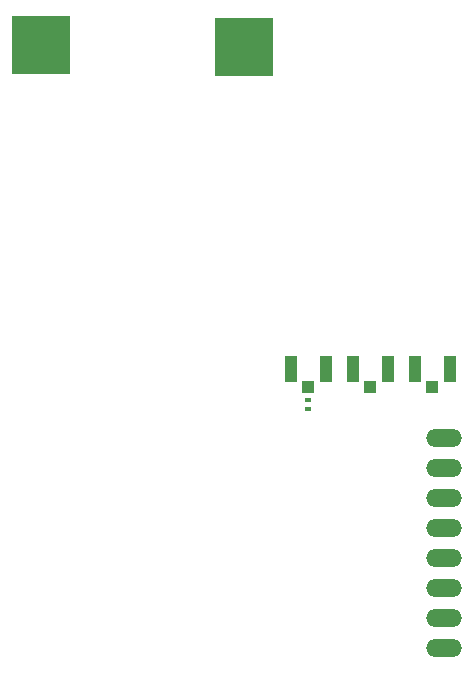
<source format=gbr>
G04*
G04 #@! TF.GenerationSoftware,Altium Limited,Altium Designer,25.5.2 (35)*
G04*
G04 Layer_Color=128*
%FSLAX25Y25*%
%MOIN*%
G70*
G04*
G04 #@! TF.SameCoordinates,38EB6A6A-CC72-40A8-BBF4-0EDFD8540081*
G04*
G04*
G04 #@! TF.FilePolarity,Positive*
G04*
G01*
G75*
%ADD19R,0.19685X0.19685*%
%ADD24R,0.02254X0.01438*%
%ADD33R,0.19685X0.19685*%
%ADD64R,0.04134X0.08661*%
%ADD65R,0.03937X0.04134*%
%ADD66O,0.11874X0.05937*%
D19*
X54516Y206321D02*
D03*
D24*
X143701Y85222D02*
D03*
Y88006D02*
D03*
D33*
X122256Y205884D02*
D03*
D64*
X170177Y98425D02*
D03*
X158563D02*
D03*
X179232D02*
D03*
X190846D02*
D03*
X149508D02*
D03*
X137894D02*
D03*
D65*
X185039Y92421D02*
D03*
X143701D02*
D03*
X164370D02*
D03*
D66*
X188976Y75433D02*
D03*
Y5433D02*
D03*
Y45433D02*
D03*
Y65433D02*
D03*
Y55433D02*
D03*
Y15433D02*
D03*
Y25433D02*
D03*
Y35433D02*
D03*
M02*

</source>
